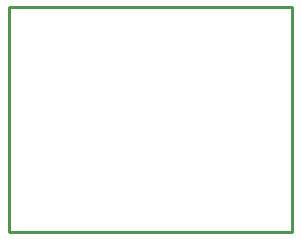
<source format=gbr>
G04 EAGLE Gerber RS-274X export*
G75*
%MOMM*%
%FSLAX34Y34*%
%LPD*%
%IN*%
%IPPOS*%
%AMOC8*
5,1,8,0,0,1.08239X$1,22.5*%
G01*
G04 Define Apertures*
%ADD10C,0.254000*%
D10*
X20000Y0D02*
X260000Y0D01*
X260000Y190000D01*
X20000Y190000D01*
X20000Y0D01*
M02*

</source>
